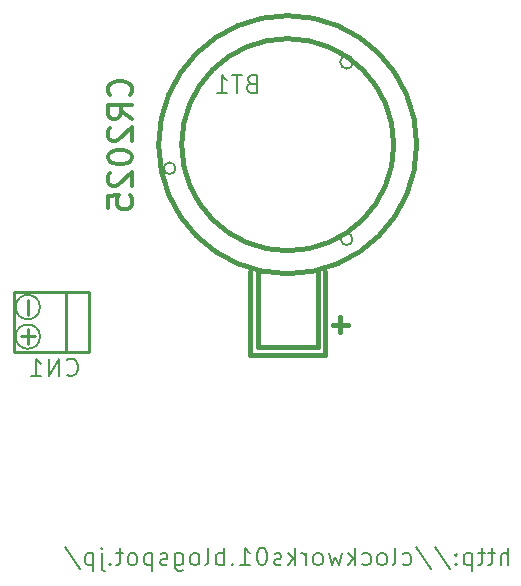
<source format=gbo>
G04 (created by PCBNEW (2013-07-07 BZR 4022)-stable) date 2015/03/10 23:42:26*
%MOIN*%
G04 Gerber Fmt 3.4, Leading zero omitted, Abs format*
%FSLAX34Y34*%
G01*
G70*
G90*
G04 APERTURE LIST*
%ADD10C,0.00629921*%
%ADD11C,0.00590551*%
%ADD12C,0.011811*%
%ADD13C,0.00787402*%
%ADD14C,0.00984252*%
%ADD15C,0.00708661*%
%ADD16C,0.015*%
%ADD17C,0.01*%
G04 APERTURE END LIST*
G54D10*
G54D11*
X56566Y-38428D02*
X56566Y-37837D01*
X56313Y-38428D02*
X56313Y-38118D01*
X56341Y-38062D01*
X56397Y-38034D01*
X56482Y-38034D01*
X56538Y-38062D01*
X56566Y-38090D01*
X56116Y-38034D02*
X55891Y-38034D01*
X56032Y-37837D02*
X56032Y-38343D01*
X56003Y-38399D01*
X55947Y-38428D01*
X55891Y-38428D01*
X55778Y-38034D02*
X55553Y-38034D01*
X55694Y-37837D02*
X55694Y-38343D01*
X55666Y-38399D01*
X55610Y-38428D01*
X55553Y-38428D01*
X55357Y-38034D02*
X55357Y-38624D01*
X55357Y-38062D02*
X55300Y-38034D01*
X55188Y-38034D01*
X55132Y-38062D01*
X55104Y-38090D01*
X55075Y-38146D01*
X55075Y-38315D01*
X55104Y-38371D01*
X55132Y-38399D01*
X55188Y-38428D01*
X55300Y-38428D01*
X55357Y-38399D01*
X54822Y-38371D02*
X54794Y-38399D01*
X54822Y-38428D01*
X54850Y-38399D01*
X54822Y-38371D01*
X54822Y-38428D01*
X54822Y-38062D02*
X54794Y-38090D01*
X54822Y-38118D01*
X54850Y-38090D01*
X54822Y-38062D01*
X54822Y-38118D01*
X54119Y-37809D02*
X54625Y-38568D01*
X53501Y-37809D02*
X54007Y-38568D01*
X53051Y-38399D02*
X53107Y-38428D01*
X53219Y-38428D01*
X53276Y-38399D01*
X53304Y-38371D01*
X53332Y-38315D01*
X53332Y-38146D01*
X53304Y-38090D01*
X53276Y-38062D01*
X53219Y-38034D01*
X53107Y-38034D01*
X53051Y-38062D01*
X52713Y-38428D02*
X52769Y-38399D01*
X52798Y-38343D01*
X52798Y-37837D01*
X52404Y-38428D02*
X52460Y-38399D01*
X52488Y-38371D01*
X52516Y-38315D01*
X52516Y-38146D01*
X52488Y-38090D01*
X52460Y-38062D01*
X52404Y-38034D01*
X52320Y-38034D01*
X52263Y-38062D01*
X52235Y-38090D01*
X52207Y-38146D01*
X52207Y-38315D01*
X52235Y-38371D01*
X52263Y-38399D01*
X52320Y-38428D01*
X52404Y-38428D01*
X51701Y-38399D02*
X51757Y-38428D01*
X51870Y-38428D01*
X51926Y-38399D01*
X51954Y-38371D01*
X51982Y-38315D01*
X51982Y-38146D01*
X51954Y-38090D01*
X51926Y-38062D01*
X51870Y-38034D01*
X51757Y-38034D01*
X51701Y-38062D01*
X51448Y-38428D02*
X51448Y-37837D01*
X51392Y-38203D02*
X51223Y-38428D01*
X51223Y-38034D02*
X51448Y-38259D01*
X51026Y-38034D02*
X50913Y-38428D01*
X50801Y-38146D01*
X50688Y-38428D01*
X50576Y-38034D01*
X50267Y-38428D02*
X50323Y-38399D01*
X50351Y-38371D01*
X50379Y-38315D01*
X50379Y-38146D01*
X50351Y-38090D01*
X50323Y-38062D01*
X50267Y-38034D01*
X50182Y-38034D01*
X50126Y-38062D01*
X50098Y-38090D01*
X50070Y-38146D01*
X50070Y-38315D01*
X50098Y-38371D01*
X50126Y-38399D01*
X50182Y-38428D01*
X50267Y-38428D01*
X49817Y-38428D02*
X49817Y-38034D01*
X49817Y-38146D02*
X49789Y-38090D01*
X49760Y-38062D01*
X49704Y-38034D01*
X49648Y-38034D01*
X49451Y-38428D02*
X49451Y-37837D01*
X49395Y-38203D02*
X49226Y-38428D01*
X49226Y-38034D02*
X49451Y-38259D01*
X49001Y-38399D02*
X48945Y-38428D01*
X48832Y-38428D01*
X48776Y-38399D01*
X48748Y-38343D01*
X48748Y-38315D01*
X48776Y-38259D01*
X48832Y-38231D01*
X48917Y-38231D01*
X48973Y-38203D01*
X49001Y-38146D01*
X49001Y-38118D01*
X48973Y-38062D01*
X48917Y-38034D01*
X48832Y-38034D01*
X48776Y-38062D01*
X48383Y-37837D02*
X48326Y-37837D01*
X48270Y-37865D01*
X48242Y-37893D01*
X48214Y-37949D01*
X48186Y-38062D01*
X48186Y-38203D01*
X48214Y-38315D01*
X48242Y-38371D01*
X48270Y-38399D01*
X48326Y-38428D01*
X48383Y-38428D01*
X48439Y-38399D01*
X48467Y-38371D01*
X48495Y-38315D01*
X48523Y-38203D01*
X48523Y-38062D01*
X48495Y-37949D01*
X48467Y-37893D01*
X48439Y-37865D01*
X48383Y-37837D01*
X47623Y-38428D02*
X47961Y-38428D01*
X47792Y-38428D02*
X47792Y-37837D01*
X47848Y-37921D01*
X47904Y-37978D01*
X47961Y-38006D01*
X47370Y-38371D02*
X47342Y-38399D01*
X47370Y-38428D01*
X47398Y-38399D01*
X47370Y-38371D01*
X47370Y-38428D01*
X47089Y-38428D02*
X47089Y-37837D01*
X47089Y-38062D02*
X47033Y-38034D01*
X46920Y-38034D01*
X46864Y-38062D01*
X46836Y-38090D01*
X46808Y-38146D01*
X46808Y-38315D01*
X46836Y-38371D01*
X46864Y-38399D01*
X46920Y-38428D01*
X47033Y-38428D01*
X47089Y-38399D01*
X46470Y-38428D02*
X46526Y-38399D01*
X46555Y-38343D01*
X46555Y-37837D01*
X46161Y-38428D02*
X46217Y-38399D01*
X46245Y-38371D01*
X46273Y-38315D01*
X46273Y-38146D01*
X46245Y-38090D01*
X46217Y-38062D01*
X46161Y-38034D01*
X46077Y-38034D01*
X46020Y-38062D01*
X45992Y-38090D01*
X45964Y-38146D01*
X45964Y-38315D01*
X45992Y-38371D01*
X46020Y-38399D01*
X46077Y-38428D01*
X46161Y-38428D01*
X45458Y-38034D02*
X45458Y-38512D01*
X45486Y-38568D01*
X45514Y-38596D01*
X45570Y-38624D01*
X45655Y-38624D01*
X45711Y-38596D01*
X45458Y-38399D02*
X45514Y-38428D01*
X45627Y-38428D01*
X45683Y-38399D01*
X45711Y-38371D01*
X45739Y-38315D01*
X45739Y-38146D01*
X45711Y-38090D01*
X45683Y-38062D01*
X45627Y-38034D01*
X45514Y-38034D01*
X45458Y-38062D01*
X45205Y-38399D02*
X45149Y-38428D01*
X45036Y-38428D01*
X44980Y-38399D01*
X44952Y-38343D01*
X44952Y-38315D01*
X44980Y-38259D01*
X45036Y-38231D01*
X45120Y-38231D01*
X45177Y-38203D01*
X45205Y-38146D01*
X45205Y-38118D01*
X45177Y-38062D01*
X45120Y-38034D01*
X45036Y-38034D01*
X44980Y-38062D01*
X44699Y-38034D02*
X44699Y-38624D01*
X44699Y-38062D02*
X44642Y-38034D01*
X44530Y-38034D01*
X44474Y-38062D01*
X44446Y-38090D01*
X44417Y-38146D01*
X44417Y-38315D01*
X44446Y-38371D01*
X44474Y-38399D01*
X44530Y-38428D01*
X44642Y-38428D01*
X44699Y-38399D01*
X44080Y-38428D02*
X44136Y-38399D01*
X44164Y-38371D01*
X44192Y-38315D01*
X44192Y-38146D01*
X44164Y-38090D01*
X44136Y-38062D01*
X44080Y-38034D01*
X43996Y-38034D01*
X43939Y-38062D01*
X43911Y-38090D01*
X43883Y-38146D01*
X43883Y-38315D01*
X43911Y-38371D01*
X43939Y-38399D01*
X43996Y-38428D01*
X44080Y-38428D01*
X43714Y-38034D02*
X43489Y-38034D01*
X43630Y-37837D02*
X43630Y-38343D01*
X43602Y-38399D01*
X43546Y-38428D01*
X43489Y-38428D01*
X43293Y-38371D02*
X43264Y-38399D01*
X43293Y-38428D01*
X43321Y-38399D01*
X43293Y-38371D01*
X43293Y-38428D01*
X43011Y-38034D02*
X43011Y-38540D01*
X43039Y-38596D01*
X43096Y-38624D01*
X43124Y-38624D01*
X43011Y-37837D02*
X43039Y-37865D01*
X43011Y-37893D01*
X42983Y-37865D01*
X43011Y-37837D01*
X43011Y-37893D01*
X42730Y-38034D02*
X42730Y-38624D01*
X42730Y-38062D02*
X42674Y-38034D01*
X42561Y-38034D01*
X42505Y-38062D01*
X42477Y-38090D01*
X42449Y-38146D01*
X42449Y-38315D01*
X42477Y-38371D01*
X42505Y-38399D01*
X42561Y-38428D01*
X42674Y-38428D01*
X42730Y-38399D01*
X41774Y-37809D02*
X42280Y-38568D01*
G54D12*
X43944Y-22759D02*
X43982Y-22722D01*
X44019Y-22609D01*
X44019Y-22534D01*
X43982Y-22422D01*
X43907Y-22347D01*
X43832Y-22309D01*
X43682Y-22272D01*
X43569Y-22272D01*
X43419Y-22309D01*
X43344Y-22347D01*
X43269Y-22422D01*
X43232Y-22534D01*
X43232Y-22609D01*
X43269Y-22722D01*
X43307Y-22759D01*
X44019Y-23547D02*
X43644Y-23284D01*
X44019Y-23097D02*
X43232Y-23097D01*
X43232Y-23397D01*
X43269Y-23472D01*
X43307Y-23509D01*
X43382Y-23547D01*
X43494Y-23547D01*
X43569Y-23509D01*
X43607Y-23472D01*
X43644Y-23397D01*
X43644Y-23097D01*
X43307Y-23847D02*
X43269Y-23884D01*
X43232Y-23959D01*
X43232Y-24146D01*
X43269Y-24221D01*
X43307Y-24259D01*
X43382Y-24296D01*
X43457Y-24296D01*
X43569Y-24259D01*
X44019Y-23809D01*
X44019Y-24296D01*
X43232Y-24784D02*
X43232Y-24859D01*
X43269Y-24934D01*
X43307Y-24971D01*
X43382Y-25009D01*
X43532Y-25046D01*
X43719Y-25046D01*
X43869Y-25009D01*
X43944Y-24971D01*
X43982Y-24934D01*
X44019Y-24859D01*
X44019Y-24784D01*
X43982Y-24709D01*
X43944Y-24671D01*
X43869Y-24634D01*
X43719Y-24596D01*
X43532Y-24596D01*
X43382Y-24634D01*
X43307Y-24671D01*
X43269Y-24709D01*
X43232Y-24784D01*
X43307Y-25346D02*
X43269Y-25384D01*
X43232Y-25459D01*
X43232Y-25646D01*
X43269Y-25721D01*
X43307Y-25759D01*
X43382Y-25796D01*
X43457Y-25796D01*
X43569Y-25759D01*
X44019Y-25309D01*
X44019Y-25796D01*
X43232Y-26509D02*
X43232Y-26134D01*
X43607Y-26096D01*
X43569Y-26134D01*
X43532Y-26209D01*
X43532Y-26396D01*
X43569Y-26471D01*
X43607Y-26509D01*
X43682Y-26546D01*
X43869Y-26546D01*
X43944Y-26509D01*
X43982Y-26471D01*
X44019Y-26396D01*
X44019Y-26209D01*
X43982Y-26134D01*
X43944Y-26096D01*
G54D13*
X40956Y-29822D02*
G75*
G03X40956Y-29822I-405J0D01*
G74*
G01*
G54D14*
X40566Y-30082D02*
X40566Y-29602D01*
X40311Y-30802D02*
X40791Y-30802D01*
X40551Y-31042D02*
X40551Y-30562D01*
G54D15*
X40956Y-30807D02*
G75*
G03X40956Y-30807I-405J0D01*
G74*
G01*
G54D11*
X45472Y-25196D02*
G75*
G03X45472Y-25196I-196J0D01*
G74*
G01*
X51377Y-27559D02*
G75*
G03X51377Y-27559I-196J0D01*
G74*
G01*
X51401Y-21653D02*
G75*
G03X51401Y-21653I-220J0D01*
G74*
G01*
G54D16*
X50712Y-30409D02*
X51212Y-30409D01*
X50962Y-30159D02*
X50962Y-30659D01*
X48212Y-28659D02*
X48212Y-31159D01*
X48212Y-31159D02*
X50212Y-31159D01*
X50212Y-31159D02*
X50212Y-28659D01*
X47962Y-31159D02*
X47962Y-31409D01*
X47962Y-31409D02*
X50462Y-31409D01*
X50462Y-31409D02*
X50462Y-31159D01*
X47962Y-30659D02*
X47962Y-31159D01*
X50462Y-31159D02*
X50462Y-28659D01*
X47962Y-28659D02*
X47962Y-30659D01*
X52748Y-24409D02*
G75*
G03X52748Y-24409I-3535J0D01*
G74*
G01*
X53513Y-24409D02*
G75*
G03X53513Y-24409I-4301J0D01*
G74*
G01*
G54D17*
X41838Y-29314D02*
X41838Y-31314D01*
X40088Y-29314D02*
X40088Y-31314D01*
X42588Y-31314D02*
X42588Y-29314D01*
X42588Y-31314D02*
X40088Y-31314D01*
X42588Y-29314D02*
X40088Y-29314D01*
G54D13*
X48003Y-22370D02*
X47919Y-22398D01*
X47890Y-22426D01*
X47862Y-22483D01*
X47862Y-22567D01*
X47890Y-22623D01*
X47919Y-22651D01*
X47975Y-22679D01*
X48200Y-22679D01*
X48200Y-22089D01*
X48003Y-22089D01*
X47947Y-22117D01*
X47919Y-22145D01*
X47890Y-22201D01*
X47890Y-22258D01*
X47919Y-22314D01*
X47947Y-22342D01*
X48003Y-22370D01*
X48200Y-22370D01*
X47694Y-22089D02*
X47356Y-22089D01*
X47525Y-22679D02*
X47525Y-22089D01*
X46850Y-22679D02*
X47187Y-22679D01*
X47019Y-22679D02*
X47019Y-22089D01*
X47075Y-22173D01*
X47131Y-22230D01*
X47187Y-22258D01*
X41844Y-32072D02*
X41872Y-32100D01*
X41957Y-32128D01*
X42013Y-32128D01*
X42097Y-32100D01*
X42154Y-32044D01*
X42182Y-31988D01*
X42210Y-31875D01*
X42210Y-31791D01*
X42182Y-31678D01*
X42154Y-31622D01*
X42097Y-31566D01*
X42013Y-31538D01*
X41957Y-31538D01*
X41872Y-31566D01*
X41844Y-31594D01*
X41591Y-32128D02*
X41591Y-31538D01*
X41254Y-32128D01*
X41254Y-31538D01*
X40663Y-32128D02*
X41001Y-32128D01*
X40832Y-32128D02*
X40832Y-31538D01*
X40888Y-31622D01*
X40944Y-31678D01*
X41001Y-31706D01*
M02*

</source>
